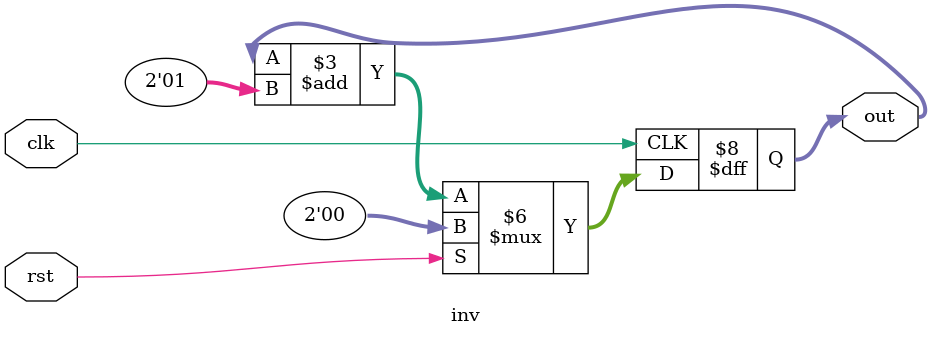
<source format=v>
`timescale 1ns / 1ps

module inv( clk,rst, out );
input clk, rst;
output [1:0] out;
reg [1:0]out;

initial out=2'b00;

always @(posedge clk)begin
    if(rst == 1'b1) out = 2'b00;
    else out=out+2'b01; 
end

endmodule
</source>
